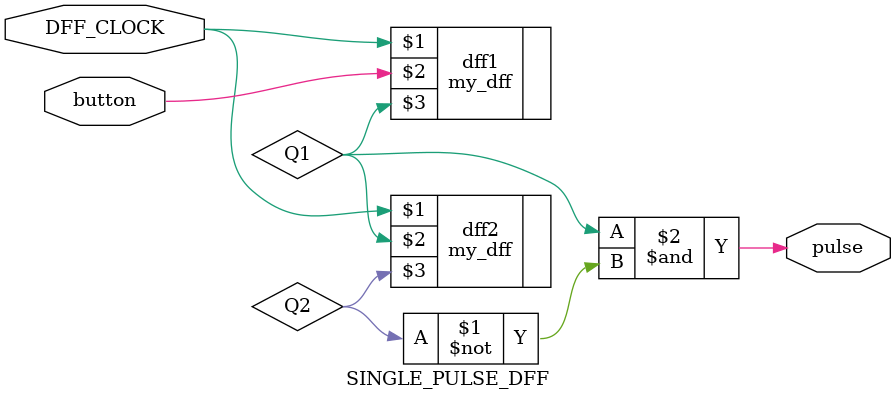
<source format=v>
`timescale 1ns / 1ps


module SINGLE_PULSE_DFF(
    input DFF_CLOCK,
    input button,
    output pulse
    );
    
    wire Q1,Q2;
    
    my_dff dff1(DFF_CLOCK,button,Q1);
    my_dff dff2(DFF_CLOCK,Q1,Q2);
    
    assign pulse = Q1 & ~Q2;
endmodule

</source>
